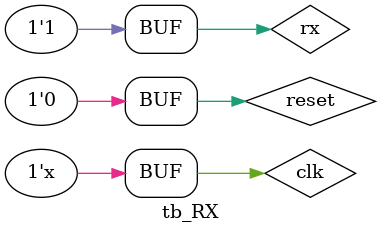
<source format=v>
`timescale 1ns / 1ps


module tb_RX();
    reg clk;
    reg reset;
    reg rx;
    wire [7:0] rx_data;
    wire rx_done;

    UartRx dut(
        .clk(clk),
        .reset(reset),
        .rx(rx),
        .rx_data(rx_data),
        .rx_done(rx_done)
    );

    always #5 clk = ~clk;

    initial begin
        clk = 1'b0;
        reset =  1'b1;
        rx = 1;
    end
    initial begin
        #100 reset = 1'b0; 
        #100 rx = 0;
        #100 rx = 1;
        #100 rx = 0;
        #100 rx = 1;
        #100 rx = 0;
        #100 rx = 1;
        #100 rx = 0;
        #100 rx = 0;
        #100 rx = 1;
        #100 rx = 1;
        
        
        #100;   
    end
endmodule

</source>
